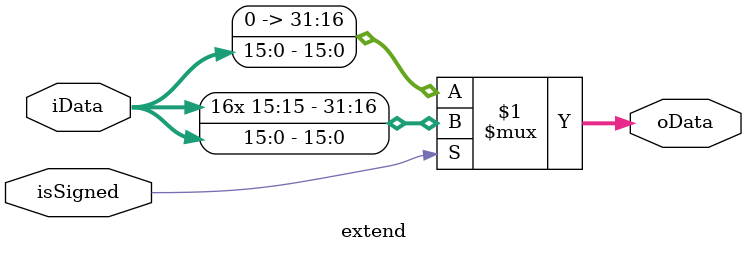
<source format=v>
`timescale 1ns / 1ps


module extend#(parameter sWIDTH = 16, parameter tWIDTH = 32)(
    input   wire    [sWIDTH-1 :0]   iData,
    input   wire                    isSigned,
    output           [tWIDTH-1  :0] oData
    );
localparam EXTNUM = tWIDTH - sWIDTH;
assign oData = isSigned ? { {EXTNUM {iData[sWIDTH-1]}}, {iData[sWIDTH-1:0]} } : {{EXTNUM{1'b0}},iData};
endmodule

</source>
